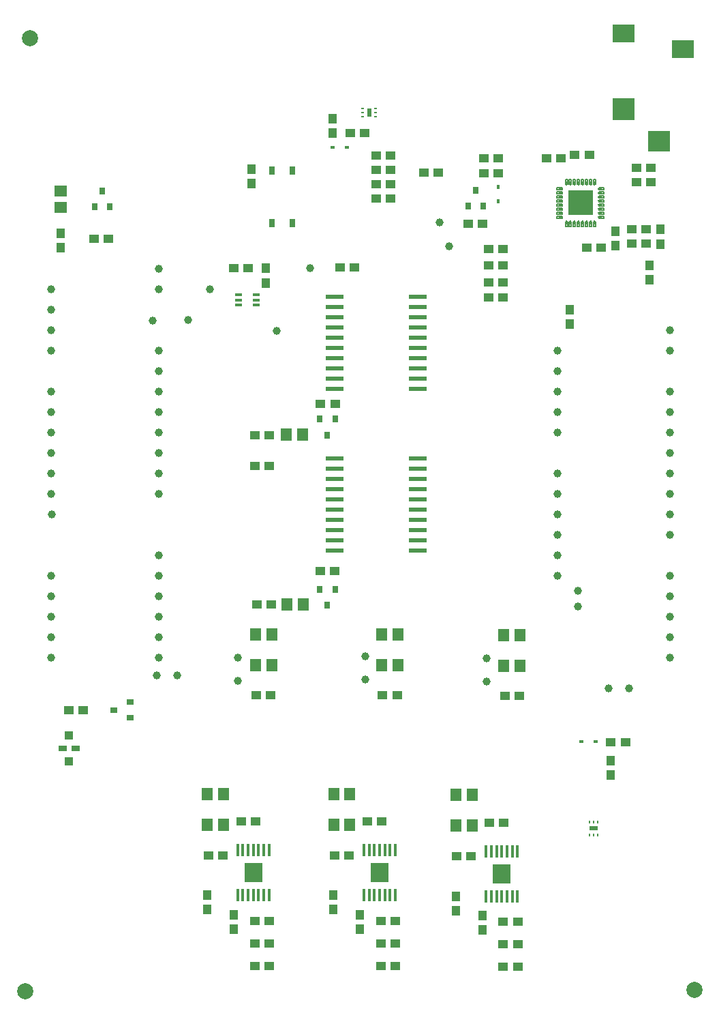
<source format=gbr>
G04 #@! TF.GenerationSoftware,KiCad,Pcbnew,(5.1.5)-3*
G04 #@! TF.CreationDate,2020-05-05T14:29:05+09:00*
G04 #@! TF.ProjectId,kt_sound_prototypeiface,6b745f73-6f75-46e6-945f-70726f746f74,rev?*
G04 #@! TF.SameCoordinates,Original*
G04 #@! TF.FileFunction,Paste,Top*
G04 #@! TF.FilePolarity,Positive*
%FSLAX46Y46*%
G04 Gerber Fmt 4.6, Leading zero omitted, Abs format (unit mm)*
G04 Created by KiCad (PCBNEW (5.1.5)-3) date 2020-05-05 14:29:05*
%MOMM*%
%LPD*%
G04 APERTURE LIST*
%ADD10C,0.010000*%
%ADD11C,0.152400*%
%ADD12C,2.000000*%
%ADD13C,1.000000*%
%ADD14R,1.000000X1.000000*%
%ADD15R,1.150000X1.100000*%
%ADD16R,1.100000X1.150000*%
%ADD17R,1.350000X1.550000*%
%ADD18R,3.098800X3.098800*%
%ADD19R,0.254000X0.609600*%
%ADD20R,0.609600X0.254000*%
%ADD21R,0.400000X0.480000*%
%ADD22R,0.800000X0.900000*%
%ADD23R,0.900000X0.800000*%
%ADD24R,2.800000X2.200000*%
%ADD25R,2.800000X2.600000*%
%ADD26R,2.800000X2.800000*%
%ADD27R,1.000000X0.500000*%
%ADD28R,0.250000X0.450000*%
%ADD29R,0.500000X1.000000*%
%ADD30R,0.450000X0.250000*%
%ADD31R,0.480000X0.400000*%
%ADD32R,1.550000X1.350000*%
%ADD33R,2.200000X0.600000*%
%ADD34R,2.310000X2.460000*%
%ADD35R,0.300000X1.600000*%
%ADD36R,0.850000X0.350000*%
%ADD37R,0.800000X1.000000*%
G04 APERTURE END LIST*
D10*
G36*
X120898500Y-125246500D02*
G01*
X120898500Y-124646500D01*
X121898500Y-124646500D01*
X121898500Y-125246500D01*
X120898500Y-125246500D01*
G37*
X120898500Y-125246500D02*
X120898500Y-124646500D01*
X121898500Y-124646500D01*
X121898500Y-125246500D01*
X120898500Y-125246500D01*
G36*
X122498500Y-125246500D02*
G01*
X122498500Y-124646500D01*
X123498500Y-124646500D01*
X123498500Y-125246500D01*
X122498500Y-125246500D01*
G37*
X122498500Y-125246500D02*
X122498500Y-124646500D01*
X123498500Y-124646500D01*
X123498500Y-125246500D01*
X122498500Y-125246500D01*
D11*
X187157349Y-57355449D02*
X185861949Y-57355449D01*
X187157349Y-58650849D02*
X187157349Y-57355449D01*
X185861949Y-58650849D02*
X187157349Y-58650849D01*
X185861949Y-57355449D02*
X185861949Y-58650849D01*
X187157349Y-55860151D02*
X185861949Y-55860151D01*
X187157349Y-57155551D02*
X187157349Y-55860151D01*
X185861949Y-57155551D02*
X187157349Y-57155551D01*
X185861949Y-55860151D02*
X185861949Y-57155551D01*
X185662051Y-57355449D02*
X184366651Y-57355449D01*
X185662051Y-58650849D02*
X185662051Y-57355449D01*
X184366651Y-58650849D02*
X185662051Y-58650849D01*
X184366651Y-57355449D02*
X184366651Y-58650849D01*
X185662051Y-55860151D02*
X184366651Y-55860151D01*
X185662051Y-57155551D02*
X185662051Y-55860151D01*
X184366651Y-57155551D02*
X185662051Y-57155551D01*
X184366651Y-55860151D02*
X184366651Y-57155551D01*
X184139001Y-54347200D02*
X183885001Y-54347200D01*
X184139001Y-54956800D02*
X184139001Y-54347200D01*
X183885001Y-54956800D02*
X184139001Y-54956800D01*
X183885001Y-54347200D02*
X183885001Y-54956800D01*
X184639000Y-54347200D02*
X184385000Y-54347200D01*
X184639000Y-54956800D02*
X184639000Y-54347200D01*
X184385000Y-54956800D02*
X184639000Y-54956800D01*
X184385000Y-54347200D02*
X184385000Y-54956800D01*
X185138999Y-54347200D02*
X184884999Y-54347200D01*
X185138999Y-54956800D02*
X185138999Y-54347200D01*
X184884999Y-54956800D02*
X185138999Y-54956800D01*
X184884999Y-54347200D02*
X184884999Y-54956800D01*
X185639000Y-54347200D02*
X185385000Y-54347200D01*
X185639000Y-54956800D02*
X185639000Y-54347200D01*
X185385000Y-54956800D02*
X185639000Y-54956800D01*
X185385000Y-54347200D02*
X185385000Y-54956800D01*
X186139000Y-54347200D02*
X185885000Y-54347200D01*
X186139000Y-54956800D02*
X186139000Y-54347200D01*
X185885000Y-54956800D02*
X186139000Y-54956800D01*
X185885000Y-54347200D02*
X185885000Y-54956800D01*
X186639001Y-54347200D02*
X186385001Y-54347200D01*
X186639001Y-54956800D02*
X186639001Y-54347200D01*
X186385001Y-54956800D02*
X186639001Y-54956800D01*
X186385001Y-54347200D02*
X186385001Y-54956800D01*
X187139000Y-54347200D02*
X186885000Y-54347200D01*
X187139000Y-54956800D02*
X187139000Y-54347200D01*
X186885000Y-54956800D02*
X187139000Y-54956800D01*
X186885000Y-54347200D02*
X186885000Y-54956800D01*
X187638999Y-54347200D02*
X187384999Y-54347200D01*
X187638999Y-54956800D02*
X187638999Y-54347200D01*
X187384999Y-54956800D02*
X187638999Y-54956800D01*
X187384999Y-54347200D02*
X187384999Y-54956800D01*
X188670300Y-55378501D02*
X188060700Y-55378501D01*
X188670300Y-55632501D02*
X188670300Y-55378501D01*
X188060700Y-55632501D02*
X188670300Y-55632501D01*
X188060700Y-55378501D02*
X188060700Y-55632501D01*
X188670300Y-55878500D02*
X188060700Y-55878500D01*
X188670300Y-56132500D02*
X188670300Y-55878500D01*
X188060700Y-56132500D02*
X188670300Y-56132500D01*
X188060700Y-55878500D02*
X188060700Y-56132500D01*
X188670300Y-56378499D02*
X188060700Y-56378499D01*
X188670300Y-56632499D02*
X188670300Y-56378499D01*
X188060700Y-56632499D02*
X188670300Y-56632499D01*
X188060700Y-56378499D02*
X188060700Y-56632499D01*
X188670300Y-56878500D02*
X188060700Y-56878500D01*
X188670300Y-57132500D02*
X188670300Y-56878500D01*
X188060700Y-57132500D02*
X188670300Y-57132500D01*
X188060700Y-56878500D02*
X188060700Y-57132500D01*
X188670300Y-57378500D02*
X188060700Y-57378500D01*
X188670300Y-57632500D02*
X188670300Y-57378500D01*
X188060700Y-57632500D02*
X188670300Y-57632500D01*
X188060700Y-57378500D02*
X188060700Y-57632500D01*
X188670300Y-57878501D02*
X188060700Y-57878501D01*
X188670300Y-58132501D02*
X188670300Y-57878501D01*
X188060700Y-58132501D02*
X188670300Y-58132501D01*
X188060700Y-57878501D02*
X188060700Y-58132501D01*
X188670300Y-58378500D02*
X188060700Y-58378500D01*
X188670300Y-58632500D02*
X188670300Y-58378500D01*
X188060700Y-58632500D02*
X188670300Y-58632500D01*
X188060700Y-58378500D02*
X188060700Y-58632500D01*
X188670300Y-58878499D02*
X188060700Y-58878499D01*
X188670300Y-59132499D02*
X188670300Y-58878499D01*
X188060700Y-59132499D02*
X188670300Y-59132499D01*
X188060700Y-58878499D02*
X188060700Y-59132499D01*
X187638999Y-59554200D02*
X187384999Y-59554200D01*
X187638999Y-60163800D02*
X187638999Y-59554200D01*
X187384999Y-60163800D02*
X187638999Y-60163800D01*
X187384999Y-59554200D02*
X187384999Y-60163800D01*
X187139000Y-59554200D02*
X186885000Y-59554200D01*
X187139000Y-60163800D02*
X187139000Y-59554200D01*
X186885000Y-60163800D02*
X187139000Y-60163800D01*
X186885000Y-59554200D02*
X186885000Y-60163800D01*
X186639001Y-59554200D02*
X186385001Y-59554200D01*
X186639001Y-60163800D02*
X186639001Y-59554200D01*
X186385001Y-60163800D02*
X186639001Y-60163800D01*
X186385001Y-59554200D02*
X186385001Y-60163800D01*
X186139000Y-59554200D02*
X185885000Y-59554200D01*
X186139000Y-60163800D02*
X186139000Y-59554200D01*
X185885000Y-60163800D02*
X186139000Y-60163800D01*
X185885000Y-59554200D02*
X185885000Y-60163800D01*
X185639000Y-59554200D02*
X185385000Y-59554200D01*
X185639000Y-60163800D02*
X185639000Y-59554200D01*
X185385000Y-60163800D02*
X185639000Y-60163800D01*
X185385000Y-59554200D02*
X185385000Y-60163800D01*
X185138999Y-59554200D02*
X184884999Y-59554200D01*
X185138999Y-60163800D02*
X185138999Y-59554200D01*
X184884999Y-60163800D02*
X185138999Y-60163800D01*
X184884999Y-59554200D02*
X184884999Y-60163800D01*
X184639000Y-59554200D02*
X184385000Y-59554200D01*
X184639000Y-60163800D02*
X184639000Y-59554200D01*
X184385000Y-60163800D02*
X184639000Y-60163800D01*
X184385000Y-59554200D02*
X184385000Y-60163800D01*
X184139001Y-59554200D02*
X183885001Y-59554200D01*
X184139001Y-60163800D02*
X184139001Y-59554200D01*
X183885001Y-60163800D02*
X184139001Y-60163800D01*
X183885001Y-59554200D02*
X183885001Y-60163800D01*
X183463300Y-58878499D02*
X182853700Y-58878499D01*
X183463300Y-59132499D02*
X183463300Y-58878499D01*
X182853700Y-59132499D02*
X183463300Y-59132499D01*
X182853700Y-58878499D02*
X182853700Y-59132499D01*
X183463300Y-58378500D02*
X182853700Y-58378500D01*
X183463300Y-58632500D02*
X183463300Y-58378500D01*
X182853700Y-58632500D02*
X183463300Y-58632500D01*
X182853700Y-58378500D02*
X182853700Y-58632500D01*
X183463300Y-57878501D02*
X182853700Y-57878501D01*
X183463300Y-58132501D02*
X183463300Y-57878501D01*
X182853700Y-58132501D02*
X183463300Y-58132501D01*
X182853700Y-57878501D02*
X182853700Y-58132501D01*
X183463300Y-57378500D02*
X182853700Y-57378500D01*
X183463300Y-57632500D02*
X183463300Y-57378500D01*
X182853700Y-57632500D02*
X183463300Y-57632500D01*
X182853700Y-57378500D02*
X182853700Y-57632500D01*
X183463300Y-56878500D02*
X182853700Y-56878500D01*
X183463300Y-57132500D02*
X183463300Y-56878500D01*
X182853700Y-57132500D02*
X183463300Y-57132500D01*
X182853700Y-56878500D02*
X182853700Y-57132500D01*
X183463300Y-56378499D02*
X182853700Y-56378499D01*
X183463300Y-56632499D02*
X183463300Y-56378499D01*
X182853700Y-56632499D02*
X183463300Y-56632499D01*
X182853700Y-56378499D02*
X182853700Y-56632499D01*
X183463300Y-55878500D02*
X182853700Y-55878500D01*
X183463300Y-56132500D02*
X183463300Y-55878500D01*
X182853700Y-56132500D02*
X183463300Y-56132500D01*
X182853700Y-55878500D02*
X182853700Y-56132500D01*
X183463300Y-55378501D02*
X182853700Y-55378501D01*
X183463300Y-55632501D02*
X183463300Y-55378501D01*
X182853700Y-55632501D02*
X183463300Y-55632501D01*
X182853700Y-55378501D02*
X182853700Y-55632501D01*
D12*
X117348000Y-36830000D03*
X199898000Y-154940000D03*
X116776500Y-155130500D03*
D13*
X120078500Y-95885000D03*
X168275000Y-59690000D03*
X139700000Y-67945000D03*
X137007600Y-71780400D03*
X132588000Y-71831200D03*
X147980400Y-73101200D03*
X133350000Y-100965000D03*
X133350000Y-78105000D03*
X133350000Y-65405000D03*
X120015000Y-67945000D03*
X133350000Y-67945000D03*
X120015000Y-70485000D03*
X120015000Y-73025000D03*
X120015000Y-75565000D03*
X133350000Y-75565000D03*
X120015000Y-80645000D03*
X133350000Y-80645000D03*
X120015000Y-83185000D03*
X133350000Y-83185000D03*
X120015000Y-85725000D03*
X133350000Y-85725000D03*
X120015000Y-88265000D03*
X133350000Y-88265000D03*
X120015000Y-90805000D03*
X133350000Y-90805000D03*
X120015000Y-93345000D03*
X133350000Y-93345000D03*
X120015000Y-103505000D03*
X133350000Y-103505000D03*
X120015000Y-106045000D03*
X133350000Y-106045000D03*
X120015000Y-108585000D03*
X133350000Y-108585000D03*
X120015000Y-111125000D03*
X133350000Y-111125000D03*
X120015000Y-113665000D03*
X133350000Y-113665000D03*
X182880000Y-78105000D03*
X182880000Y-100965000D03*
X196850000Y-113665000D03*
X191770000Y-117475000D03*
X196850000Y-111125000D03*
X189230000Y-117475000D03*
X196850000Y-108585000D03*
X185420000Y-107315000D03*
X196850000Y-106045000D03*
X185420000Y-105410000D03*
X196850000Y-103505000D03*
X182880000Y-103505000D03*
X196850000Y-98425000D03*
X182880000Y-98425000D03*
X196850000Y-95885000D03*
X182880000Y-95885000D03*
X196850000Y-93345000D03*
X182880000Y-93345000D03*
X196850000Y-90805000D03*
X182880000Y-90805000D03*
X196850000Y-88265000D03*
X196850000Y-85725000D03*
X182880000Y-85725000D03*
X196850000Y-83185000D03*
X182880000Y-83185000D03*
X196850000Y-80645000D03*
X182880000Y-80645000D03*
X196850000Y-75565000D03*
X182880000Y-75565000D03*
X196850000Y-73025000D03*
X159069200Y-113542800D03*
X159069200Y-116382800D03*
X143164000Y-113695200D03*
X143164000Y-116535200D03*
X174096400Y-113796800D03*
X174096400Y-116636800D03*
X135636000Y-115925600D03*
X133146800Y-115925600D03*
X169468800Y-62636400D03*
X152170500Y-65320000D03*
D14*
X122198500Y-126546500D03*
X122198500Y-123346500D03*
D15*
X147101500Y-146346000D03*
X145301500Y-146346000D03*
X147101500Y-151934000D03*
X145301500Y-151934000D03*
D16*
X142709000Y-147373000D03*
X142709000Y-145573000D03*
X139407000Y-144960000D03*
X139407000Y-143160000D03*
D17*
X139423000Y-134408000D03*
X141423000Y-134408000D03*
D15*
X139523000Y-138218000D03*
X141323000Y-138218000D03*
X145387000Y-134027000D03*
X143587000Y-134027000D03*
D17*
X139423000Y-130598000D03*
X141423000Y-130598000D03*
D15*
X147101500Y-149140000D03*
X145301500Y-149140000D03*
D17*
X147392000Y-114596000D03*
X145392000Y-114596000D03*
X147392000Y-110786000D03*
X145392000Y-110786000D03*
D15*
X147292000Y-118342500D03*
X145492000Y-118342500D03*
D17*
X163074000Y-110786000D03*
X161074000Y-110786000D03*
D15*
X176248000Y-134154000D03*
X174448000Y-134154000D03*
D18*
X185762000Y-57255500D03*
D19*
X184012001Y-54855200D03*
X184512000Y-54855200D03*
X185011999Y-54855200D03*
X185512000Y-54855200D03*
X186012000Y-54855200D03*
X186512001Y-54855200D03*
X187012000Y-54855200D03*
X187511999Y-54855200D03*
D20*
X188162300Y-55505501D03*
X188162300Y-56005500D03*
X188162300Y-56505499D03*
X188162300Y-57005500D03*
X188162300Y-57505500D03*
X188162300Y-58005501D03*
X188162300Y-58505500D03*
X188162300Y-59005499D03*
D19*
X187511999Y-59655800D03*
X187012000Y-59655800D03*
X186512001Y-59655800D03*
X186012000Y-59655800D03*
X185512000Y-59655800D03*
X185011999Y-59655800D03*
X184512000Y-59655800D03*
X184012001Y-59655800D03*
D20*
X183361700Y-59005499D03*
X183361700Y-58505500D03*
X183361700Y-58005501D03*
X183361700Y-57505500D03*
X183361700Y-57005500D03*
X183361700Y-56505499D03*
X183361700Y-56005500D03*
X183361700Y-55505501D03*
D21*
X175538500Y-57076000D03*
X175538500Y-55276000D03*
D16*
X189547500Y-128281000D03*
X189547500Y-126481000D03*
D15*
X189536500Y-124206000D03*
X191336500Y-124206000D03*
X147355500Y-107103000D03*
X145555500Y-107103000D03*
X153429500Y-102912000D03*
X155229500Y-102912000D03*
D16*
X121182500Y-60991000D03*
X121182500Y-62791000D03*
D15*
X127099000Y-61700500D03*
X125299000Y-61700500D03*
D16*
X184454800Y-70474000D03*
X184454800Y-72274000D03*
X194310000Y-65013000D03*
X194310000Y-66813000D03*
D15*
X177962500Y-152061000D03*
X176162500Y-152061000D03*
D16*
X173570000Y-147500000D03*
X173570000Y-145700000D03*
X170268000Y-145087000D03*
X170268000Y-143287000D03*
D15*
X162783500Y-151934000D03*
X160983500Y-151934000D03*
D16*
X158391000Y-147373000D03*
X158391000Y-145573000D03*
X155089000Y-144960000D03*
X155089000Y-143160000D03*
D15*
X158976000Y-48556000D03*
X157176000Y-48556000D03*
D16*
X154964500Y-48567000D03*
X154964500Y-46767000D03*
D15*
X147101500Y-86084500D03*
X145301500Y-86084500D03*
X153482000Y-82211000D03*
X155282000Y-82211000D03*
X173749500Y-51731000D03*
X175549500Y-51731000D03*
X173749500Y-53572500D03*
X175549500Y-53572500D03*
X173581000Y-59859000D03*
X171781000Y-59859000D03*
D16*
X146709500Y-67172500D03*
X146709500Y-65372500D03*
X144931500Y-54864500D03*
X144931500Y-53064500D03*
D22*
X154329500Y-107214000D03*
X153379500Y-105214000D03*
X155279500Y-105214000D03*
X126326000Y-55747500D03*
X127276000Y-57747500D03*
X125376000Y-57747500D03*
D23*
X127818500Y-120181500D03*
X129818500Y-119231500D03*
X129818500Y-121131500D03*
D22*
X154329500Y-86068500D03*
X153379500Y-84068500D03*
X155279500Y-84068500D03*
X172744500Y-55684000D03*
X173694500Y-57684000D03*
X171794500Y-57684000D03*
D24*
X198479000Y-38193000D03*
X191079000Y-36193000D03*
D25*
X195529000Y-49593000D03*
D26*
X191079000Y-45593000D03*
D15*
X123987500Y-120184000D03*
X122187500Y-120184000D03*
D27*
X187388500Y-134874000D03*
D28*
X186888500Y-134074000D03*
X186888500Y-135674000D03*
X187388500Y-134074000D03*
X187388500Y-135674000D03*
X187888500Y-134074000D03*
X187888500Y-135674000D03*
D29*
X159512000Y-46037500D03*
D30*
X160312000Y-45537500D03*
X158712000Y-45537500D03*
X160312000Y-46037500D03*
X158712000Y-46037500D03*
X160312000Y-46537500D03*
X158712000Y-46537500D03*
D31*
X185853500Y-124142500D03*
X187653500Y-124142500D03*
D17*
X151329000Y-107103000D03*
X149329000Y-107103000D03*
D32*
X121182500Y-55811000D03*
X121182500Y-57811000D03*
D31*
X156753500Y-50334000D03*
X154953500Y-50334000D03*
D17*
X151202000Y-86021000D03*
X149202000Y-86021000D03*
D15*
X147101500Y-89894500D03*
X145301500Y-89894500D03*
X186852500Y-51308000D03*
X185052500Y-51308000D03*
X183360000Y-51731000D03*
X181560000Y-51731000D03*
X174321000Y-69003000D03*
X176121000Y-69003000D03*
X174321000Y-62970500D03*
X176121000Y-62970500D03*
X188313000Y-62780000D03*
X186513000Y-62780000D03*
X174332000Y-65002500D03*
X176132000Y-65002500D03*
D16*
X195731500Y-62346500D03*
X195731500Y-60546500D03*
X190080000Y-62537000D03*
X190080000Y-60737000D03*
D15*
X174321000Y-67098000D03*
X176121000Y-67098000D03*
X194536000Y-54715500D03*
X192736000Y-54715500D03*
X160351000Y-54969500D03*
X162151000Y-54969500D03*
X166320000Y-53509000D03*
X168120000Y-53509000D03*
X160362000Y-56684000D03*
X162162000Y-56684000D03*
X192101000Y-60494000D03*
X193901000Y-60494000D03*
X160351000Y-51413500D03*
X162151000Y-51413500D03*
X192153500Y-62335500D03*
X193953500Y-62335500D03*
X160351000Y-53191500D03*
X162151000Y-53191500D03*
X194536000Y-52874000D03*
X192736000Y-52874000D03*
D17*
X178253000Y-114723000D03*
X176253000Y-114723000D03*
X178253000Y-110913000D03*
X176253000Y-110913000D03*
D15*
X178153000Y-118469500D03*
X176353000Y-118469500D03*
X177962500Y-149267000D03*
X176162500Y-149267000D03*
X170384000Y-138345000D03*
X172184000Y-138345000D03*
X177962500Y-146473000D03*
X176162500Y-146473000D03*
D17*
X170284000Y-134535000D03*
X172284000Y-134535000D03*
X170284000Y-130725000D03*
X172284000Y-130725000D03*
X163074000Y-114596000D03*
X161074000Y-114596000D03*
D15*
X162974000Y-118342500D03*
X161174000Y-118342500D03*
X162794500Y-149140000D03*
X160994500Y-149140000D03*
X161080000Y-134027000D03*
X159280000Y-134027000D03*
X155205000Y-138218000D03*
X157005000Y-138218000D03*
X162783500Y-146346000D03*
X160983500Y-146346000D03*
D17*
X155105000Y-134408000D03*
X157105000Y-134408000D03*
X155105000Y-130598000D03*
X157105000Y-130598000D03*
D15*
X155906000Y-65256500D03*
X157706000Y-65256500D03*
X142698000Y-65383500D03*
X144498000Y-65383500D03*
D33*
X155212000Y-80369500D03*
X165512000Y-80369500D03*
X155212000Y-79099500D03*
X165512000Y-79099500D03*
X155212000Y-77829500D03*
X165512000Y-77829500D03*
X155212000Y-76559500D03*
X165512000Y-76559500D03*
X155212000Y-75289500D03*
X165512000Y-75289500D03*
X155212000Y-74019500D03*
X165512000Y-74019500D03*
X155212000Y-72749500D03*
X165512000Y-72749500D03*
X155212000Y-71479500D03*
X165512000Y-71479500D03*
X155212000Y-70209500D03*
X165512000Y-70209500D03*
X155212000Y-68939500D03*
X165512000Y-68939500D03*
D34*
X145122000Y-140377000D03*
D35*
X147072000Y-143177000D03*
X147072000Y-137577000D03*
X146422000Y-143177000D03*
X146422000Y-137577000D03*
X145772000Y-143177000D03*
X145772000Y-137577000D03*
X145122000Y-143177000D03*
X145122000Y-137577000D03*
X144472000Y-143177000D03*
X144472000Y-137577000D03*
X143822000Y-143177000D03*
X143822000Y-137577000D03*
X143172000Y-143177000D03*
X143172000Y-137577000D03*
D33*
X155212000Y-100369500D03*
X165512000Y-100369500D03*
X155212000Y-99099500D03*
X165512000Y-99099500D03*
X155212000Y-97829500D03*
X165512000Y-97829500D03*
X155212000Y-96559500D03*
X165512000Y-96559500D03*
X155212000Y-95289500D03*
X165512000Y-95289500D03*
X155212000Y-94019500D03*
X165512000Y-94019500D03*
X155212000Y-92749500D03*
X165512000Y-92749500D03*
X155212000Y-91479500D03*
X165512000Y-91479500D03*
X155212000Y-90209500D03*
X165512000Y-90209500D03*
X155212000Y-88939500D03*
X165512000Y-88939500D03*
D34*
X175983000Y-140504000D03*
D35*
X177933000Y-143304000D03*
X177933000Y-137704000D03*
X177283000Y-143304000D03*
X177283000Y-137704000D03*
X176633000Y-143304000D03*
X176633000Y-137704000D03*
X175983000Y-143304000D03*
X175983000Y-137704000D03*
X175333000Y-143304000D03*
X175333000Y-137704000D03*
X174683000Y-143304000D03*
X174683000Y-137704000D03*
X174033000Y-143304000D03*
X174033000Y-137704000D03*
D34*
X160804000Y-140377000D03*
D35*
X162754000Y-143177000D03*
X162754000Y-137577000D03*
X162104000Y-143177000D03*
X162104000Y-137577000D03*
X161454000Y-143177000D03*
X161454000Y-137577000D03*
X160804000Y-143177000D03*
X160804000Y-137577000D03*
X160154000Y-143177000D03*
X160154000Y-137577000D03*
X159504000Y-143177000D03*
X159504000Y-137577000D03*
X158854000Y-143177000D03*
X158854000Y-137577000D03*
D36*
X145480500Y-68655500D03*
X143280500Y-68655500D03*
X145480500Y-69305500D03*
X143280500Y-69305500D03*
X145480500Y-69955500D03*
X143280500Y-69955500D03*
D37*
X147471500Y-53243500D03*
X147471500Y-59743500D03*
X150011500Y-53243500D03*
X150011500Y-59743500D03*
M02*

</source>
